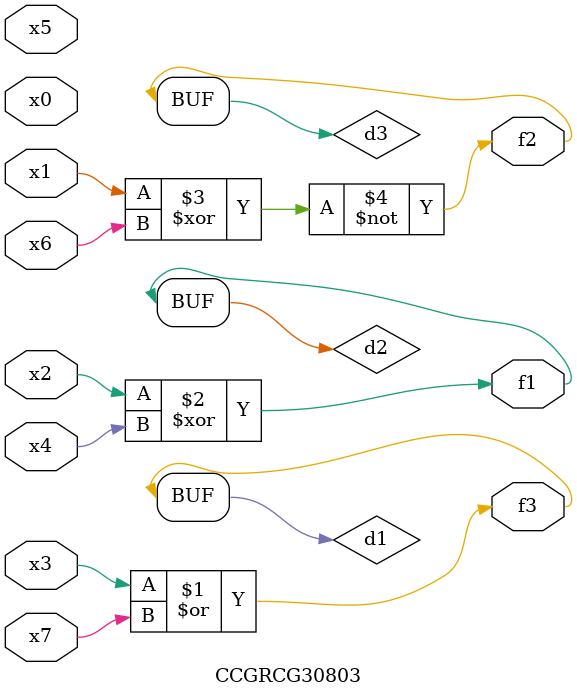
<source format=v>
module CCGRCG30803(
	input x0, x1, x2, x3, x4, x5, x6, x7,
	output f1, f2, f3
);

	wire d1, d2, d3;

	or (d1, x3, x7);
	xor (d2, x2, x4);
	xnor (d3, x1, x6);
	assign f1 = d2;
	assign f2 = d3;
	assign f3 = d1;
endmodule

</source>
